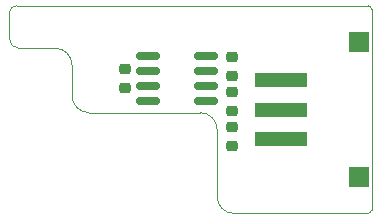
<source format=gtp>
G04 #@! TF.GenerationSoftware,KiCad,Pcbnew,6.0.0-d3dd2cf0fa~116~ubuntu20.04.1*
G04 #@! TF.CreationDate,2022-01-19T00:38:57+01:00*
G04 #@! TF.ProjectId,OtterPill-CAN,4f747465-7250-4696-9c6c-2d43414e2e6b,rev?*
G04 #@! TF.SameCoordinates,Original*
G04 #@! TF.FileFunction,Paste,Top*
G04 #@! TF.FilePolarity,Positive*
%FSLAX46Y46*%
G04 Gerber Fmt 4.6, Leading zero omitted, Abs format (unit mm)*
G04 Created by KiCad (PCBNEW 6.0.0-d3dd2cf0fa~116~ubuntu20.04.1) date 2022-01-19 00:38:57*
%MOMM*%
%LPD*%
G01*
G04 APERTURE LIST*
G04 Aperture macros list*
%AMRoundRect*
0 Rectangle with rounded corners*
0 $1 Rounding radius*
0 $2 $3 $4 $5 $6 $7 $8 $9 X,Y pos of 4 corners*
0 Add a 4 corners polygon primitive as box body*
4,1,4,$2,$3,$4,$5,$6,$7,$8,$9,$2,$3,0*
0 Add four circle primitives for the rounded corners*
1,1,$1+$1,$2,$3*
1,1,$1+$1,$4,$5*
1,1,$1+$1,$6,$7*
1,1,$1+$1,$8,$9*
0 Add four rect primitives between the rounded corners*
20,1,$1+$1,$2,$3,$4,$5,0*
20,1,$1+$1,$4,$5,$6,$7,0*
20,1,$1+$1,$6,$7,$8,$9,0*
20,1,$1+$1,$8,$9,$2,$3,0*%
G04 Aperture macros list end*
G04 #@! TA.AperFunction,Profile*
%ADD10C,0.050000*%
G04 #@! TD*
%ADD11R,4.500000X1.300000*%
%ADD12R,1.800000X1.800000*%
%ADD13RoundRect,0.218750X0.256250X-0.218750X0.256250X0.218750X-0.256250X0.218750X-0.256250X-0.218750X0*%
%ADD14RoundRect,0.218750X-0.256250X0.218750X-0.256250X-0.218750X0.256250X-0.218750X0.256250X0.218750X0*%
%ADD15RoundRect,0.150000X-0.825000X-0.150000X0.825000X-0.150000X0.825000X0.150000X-0.825000X0.150000X0*%
G04 APERTURE END LIST*
D10*
X62900000Y-37400000D02*
G75*
G03*
X63200000Y-37100000I0J300000D01*
G01*
X63200000Y-20100000D02*
G75*
G03*
X62900000Y-19800000I-300000J0D01*
G01*
X33140000Y-19800000D02*
G75*
G03*
X32530000Y-20410000I0J-610000D01*
G01*
X33320000Y-23405246D02*
X36404426Y-23405246D01*
X32530000Y-22615246D02*
G75*
G03*
X33320000Y-23405246I790000J0D01*
G01*
X37834459Y-24835279D02*
G75*
G03*
X36404426Y-23405246I-1430033J0D01*
G01*
X37834459Y-27430000D02*
X37834459Y-24835279D01*
X50115574Y-35969966D02*
G75*
G03*
X51545608Y-37400000I1430034J0D01*
G01*
X37834459Y-27430000D02*
G75*
G03*
X39264493Y-28860034I1430034J0D01*
G01*
X48685540Y-28860000D02*
X39264493Y-28860034D01*
X50115574Y-30290034D02*
G75*
G03*
X48685540Y-28860000I-1430034J0D01*
G01*
X50115574Y-35969966D02*
X50115574Y-30290034D01*
X32530000Y-20410000D02*
X32530000Y-22615246D01*
X62900000Y-19800000D02*
X33140000Y-19800000D01*
X63200000Y-20100000D02*
X63200000Y-37100000D01*
X51545608Y-37400000D02*
X62900000Y-37400000D01*
D11*
X55490000Y-31100000D03*
X55490000Y-28600000D03*
D12*
X62090000Y-34300000D03*
X62090000Y-22900000D03*
D11*
X55490000Y-26100000D03*
D13*
X42300000Y-25172499D03*
X42300000Y-26747501D03*
D14*
X51350000Y-30072500D03*
X51350000Y-31647500D03*
D15*
X44265000Y-24035000D03*
X44265000Y-25305000D03*
X44265000Y-26575000D03*
X44265000Y-27845000D03*
X49215000Y-27845000D03*
X49215000Y-26575000D03*
X49215000Y-25305000D03*
X49215000Y-24035000D03*
D14*
X51350000Y-28687500D03*
X51350000Y-27112500D03*
X51350000Y-24155000D03*
X51350000Y-25730000D03*
M02*

</source>
